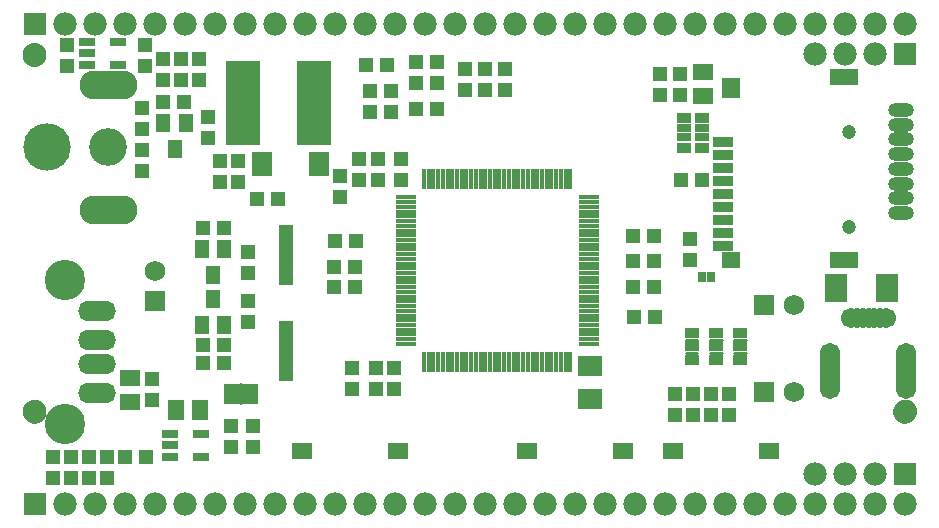
<source format=gbr>
G75*
G70*
%OFA0B0*%
%FSLAX24Y24*%
%IPPOS*%
%LPD*%
%AMOC8*
5,1,8,0,0,1.08239X$1,22.5*
%
%ADD10R,0.0159X0.0671*%
%ADD11R,0.0671X0.0159*%
%ADD12R,0.0480X0.0480*%
%ADD13R,0.0789X0.0710*%
%ADD14R,0.0474X0.2049*%
%ADD15R,0.0474X0.0631*%
%ADD16R,0.0680X0.0580*%
%ADD17C,0.0474*%
%ADD18C,0.0500*%
%ADD19R,0.0780X0.0780*%
%ADD20C,0.0780*%
%ADD21R,0.0480X0.0380*%
%ADD22C,0.0100*%
%ADD23R,0.0480X0.0280*%
%ADD24R,0.0540X0.0710*%
%ADD25R,0.0060X0.0720*%
%ADD26R,0.1182X0.2836*%
%ADD27R,0.0651X0.0789*%
%ADD28R,0.0680X0.0680*%
%ADD29C,0.0680*%
%ADD30O,0.0860X0.0470*%
%ADD31O,0.1261X0.0671*%
%ADD32C,0.1346*%
%ADD33R,0.0552X0.0297*%
%ADD34R,0.0280X0.0380*%
%ADD35R,0.0580X0.0680*%
%ADD36R,0.0780X0.0980*%
%ADD37C,0.0671*%
%ADD38C,0.0966*%
%ADD39C,0.1582*%
%ADD40C,0.1261*%
%ADD41R,0.0710X0.0356*%
%ADD42R,0.0631X0.0552*%
%ADD43R,0.0631X0.0710*%
%ADD44R,0.0946X0.0552*%
D10*
X016246Y007222D03*
X016404Y007222D03*
X016561Y007222D03*
X016719Y007222D03*
X016876Y007222D03*
X017034Y007222D03*
X017191Y007222D03*
X017349Y007222D03*
X017506Y007222D03*
X017664Y007222D03*
X017821Y007222D03*
X017979Y007222D03*
X018136Y007222D03*
X018294Y007222D03*
X018451Y007222D03*
X018609Y007222D03*
X018766Y007222D03*
X018923Y007222D03*
X019081Y007222D03*
X019238Y007222D03*
X019396Y007222D03*
X019553Y007222D03*
X019711Y007222D03*
X019868Y007222D03*
X020026Y007222D03*
X020183Y007222D03*
X020341Y007222D03*
X020498Y007222D03*
X020656Y007222D03*
X020813Y007222D03*
X020971Y007222D03*
X021128Y007222D03*
X021128Y013325D03*
X020971Y013325D03*
X020813Y013325D03*
X020656Y013325D03*
X020498Y013325D03*
X020341Y013325D03*
X020183Y013325D03*
X020026Y013325D03*
X019868Y013325D03*
X019711Y013325D03*
X019553Y013325D03*
X019396Y013325D03*
X019238Y013325D03*
X019081Y013325D03*
X018923Y013325D03*
X018766Y013325D03*
X018609Y013325D03*
X018451Y013325D03*
X018294Y013325D03*
X018136Y013325D03*
X017979Y013325D03*
X017821Y013325D03*
X017664Y013325D03*
X017506Y013325D03*
X017349Y013325D03*
X017191Y013325D03*
X017034Y013325D03*
X016876Y013325D03*
X016719Y013325D03*
X016561Y013325D03*
X016404Y013325D03*
X016246Y013325D03*
D11*
X015636Y012714D03*
X015636Y012557D03*
X015636Y012399D03*
X015636Y012242D03*
X015636Y012084D03*
X015636Y011927D03*
X015636Y011769D03*
X015636Y011612D03*
X015636Y011454D03*
X015636Y011297D03*
X015636Y011140D03*
X015636Y010982D03*
X015636Y010825D03*
X015636Y010667D03*
X015636Y010510D03*
X015636Y010352D03*
X015636Y010195D03*
X015636Y010037D03*
X015636Y009880D03*
X015636Y009722D03*
X015636Y009565D03*
X015636Y009407D03*
X015636Y009250D03*
X015636Y009092D03*
X015636Y008935D03*
X015636Y008777D03*
X015636Y008620D03*
X015636Y008462D03*
X015636Y008305D03*
X015636Y008147D03*
X015636Y007990D03*
X015636Y007832D03*
X021738Y007832D03*
X021738Y007990D03*
X021738Y008147D03*
X021738Y008305D03*
X021738Y008462D03*
X021738Y008620D03*
X021738Y008777D03*
X021738Y008935D03*
X021738Y009092D03*
X021738Y009250D03*
X021738Y009407D03*
X021738Y009565D03*
X021738Y009722D03*
X021738Y009880D03*
X021738Y010037D03*
X021738Y010195D03*
X021738Y010352D03*
X021738Y010510D03*
X021738Y010667D03*
X021738Y010825D03*
X021738Y010982D03*
X021738Y011140D03*
X021738Y011297D03*
X021738Y011454D03*
X021738Y011612D03*
X021738Y011769D03*
X021738Y011927D03*
X021738Y012084D03*
X021738Y012242D03*
X021738Y012399D03*
X021738Y012557D03*
X021738Y012714D03*
D12*
X023219Y011415D03*
X023919Y011415D03*
X025105Y011332D03*
X025105Y010632D03*
X023919Y010588D03*
X023219Y010588D03*
X023219Y009722D03*
X023919Y009722D03*
X023959Y008738D03*
X023259Y008738D03*
X024632Y006175D03*
X025233Y006175D03*
X025833Y006175D03*
X026433Y006175D03*
X026433Y005475D03*
X025833Y005475D03*
X025233Y005475D03*
X024632Y005475D03*
X015262Y006341D03*
X014652Y006341D03*
X013845Y006341D03*
X013845Y007041D03*
X014652Y007041D03*
X015262Y007041D03*
X010538Y005112D03*
X009829Y005112D03*
X009829Y004412D03*
X010538Y004412D03*
X006972Y004048D03*
X006272Y004048D03*
X005672Y004048D03*
X005072Y004048D03*
X004472Y004048D03*
X003872Y004048D03*
X003872Y003348D03*
X004472Y003348D03*
X005072Y003348D03*
X005672Y003348D03*
X007191Y005947D03*
X007191Y006647D03*
X008874Y007195D03*
X009574Y007195D03*
X009574Y007795D03*
X008874Y007795D03*
X010374Y008556D03*
X010374Y009256D03*
X010374Y010206D03*
X010374Y010906D03*
X009588Y011691D03*
X008888Y011691D03*
X010699Y012675D03*
X011399Y012675D03*
X010065Y013230D03*
X009435Y013230D03*
X009435Y013930D03*
X010065Y013930D03*
X009042Y014687D03*
X009042Y015387D03*
X008250Y015903D03*
X007550Y015903D03*
X006837Y015702D03*
X006837Y015002D03*
X006837Y014285D03*
X006837Y013585D03*
X007555Y016616D03*
X008156Y016616D03*
X008756Y016616D03*
X008756Y017316D03*
X008156Y017316D03*
X007555Y017316D03*
X006955Y017089D03*
X006955Y017789D03*
X004357Y017789D03*
X004357Y017089D03*
X013451Y013419D03*
X014081Y013309D03*
X014711Y013309D03*
X015498Y013309D03*
X015498Y014009D03*
X014711Y014009D03*
X014081Y014009D03*
X013451Y012719D03*
X013298Y011258D03*
X013998Y011258D03*
X013959Y010382D03*
X013259Y010382D03*
X013259Y009732D03*
X013959Y009732D03*
X024833Y013305D03*
X025533Y013305D03*
X024770Y016144D03*
X024120Y016144D03*
X024120Y016844D03*
X024770Y016844D03*
X018963Y017001D03*
X018294Y017001D03*
X017624Y017001D03*
X016675Y017222D03*
X015975Y017222D03*
X015021Y017143D03*
X014321Y017143D03*
X014435Y016253D03*
X015134Y016253D03*
X015975Y016523D03*
X016675Y016523D03*
X017624Y016301D03*
X018294Y016301D03*
X018963Y016301D03*
X016675Y015647D03*
X015975Y015647D03*
X015134Y015553D03*
X014435Y015553D03*
D13*
X021797Y007084D03*
X021797Y005982D03*
D14*
X011634Y007588D03*
X011634Y010788D03*
D15*
X009598Y010989D03*
X008850Y010989D03*
X009224Y010123D03*
X009224Y009339D03*
X008850Y008473D03*
X009598Y008473D03*
X007939Y014329D03*
X007565Y015195D03*
X008313Y015195D03*
D16*
X006443Y006697D03*
X006443Y005897D03*
X012182Y004256D03*
X015382Y004256D03*
X019682Y004256D03*
X022882Y004256D03*
X024564Y004256D03*
X027764Y004256D03*
X025538Y016094D03*
X025538Y016894D03*
D17*
X030416Y014880D03*
X030416Y011731D03*
X032270Y005588D03*
X003254Y005588D03*
X003254Y017478D03*
D18*
X003112Y017478D02*
X003114Y017502D01*
X003120Y017525D01*
X003130Y017547D01*
X003144Y017567D01*
X003160Y017585D01*
X003180Y017599D01*
X003201Y017610D01*
X003224Y017617D01*
X003248Y017620D01*
X003272Y017619D01*
X003296Y017614D01*
X003318Y017605D01*
X003338Y017592D01*
X003357Y017576D01*
X003372Y017558D01*
X003383Y017536D01*
X003391Y017514D01*
X003395Y017490D01*
X003395Y017466D01*
X003391Y017442D01*
X003383Y017420D01*
X003372Y017398D01*
X003357Y017380D01*
X003338Y017364D01*
X003318Y017351D01*
X003296Y017342D01*
X003272Y017337D01*
X003248Y017336D01*
X003224Y017339D01*
X003201Y017346D01*
X003180Y017357D01*
X003160Y017371D01*
X003144Y017389D01*
X003130Y017409D01*
X003120Y017431D01*
X003114Y017454D01*
X003112Y017478D01*
X003112Y005588D02*
X003114Y005612D01*
X003120Y005635D01*
X003130Y005657D01*
X003144Y005677D01*
X003160Y005695D01*
X003180Y005709D01*
X003201Y005720D01*
X003224Y005727D01*
X003248Y005730D01*
X003272Y005729D01*
X003296Y005724D01*
X003318Y005715D01*
X003338Y005702D01*
X003357Y005686D01*
X003372Y005668D01*
X003383Y005646D01*
X003391Y005624D01*
X003395Y005600D01*
X003395Y005576D01*
X003391Y005552D01*
X003383Y005530D01*
X003372Y005508D01*
X003357Y005490D01*
X003338Y005474D01*
X003318Y005461D01*
X003296Y005452D01*
X003272Y005447D01*
X003248Y005446D01*
X003224Y005449D01*
X003201Y005456D01*
X003180Y005467D01*
X003160Y005481D01*
X003144Y005499D01*
X003130Y005519D01*
X003120Y005541D01*
X003114Y005564D01*
X003112Y005588D01*
X032128Y005588D02*
X032130Y005612D01*
X032136Y005635D01*
X032146Y005657D01*
X032160Y005677D01*
X032176Y005695D01*
X032196Y005709D01*
X032217Y005720D01*
X032240Y005727D01*
X032264Y005730D01*
X032288Y005729D01*
X032312Y005724D01*
X032334Y005715D01*
X032354Y005702D01*
X032373Y005686D01*
X032388Y005668D01*
X032399Y005646D01*
X032407Y005624D01*
X032411Y005600D01*
X032411Y005576D01*
X032407Y005552D01*
X032399Y005530D01*
X032388Y005508D01*
X032373Y005490D01*
X032354Y005474D01*
X032334Y005461D01*
X032312Y005452D01*
X032288Y005447D01*
X032264Y005446D01*
X032240Y005449D01*
X032217Y005456D01*
X032196Y005467D01*
X032176Y005481D01*
X032160Y005499D01*
X032146Y005519D01*
X032136Y005541D01*
X032130Y005564D01*
X032128Y005588D01*
D19*
X003282Y002506D03*
X032282Y003506D03*
X032282Y017506D03*
X003282Y018506D03*
D20*
X004282Y018506D03*
X005282Y018506D03*
X006282Y018506D03*
X007282Y018506D03*
X008282Y018506D03*
X009282Y018506D03*
X010282Y018506D03*
X011282Y018506D03*
X012282Y018506D03*
X013282Y018506D03*
X014282Y018506D03*
X015282Y018506D03*
X016282Y018506D03*
X017282Y018506D03*
X018282Y018506D03*
X019282Y018506D03*
X020282Y018506D03*
X021282Y018506D03*
X022282Y018506D03*
X023282Y018506D03*
X024282Y018506D03*
X025282Y018506D03*
X026282Y018506D03*
X027282Y018506D03*
X028282Y018506D03*
X029282Y018506D03*
X030282Y018506D03*
X031282Y018506D03*
X032282Y018506D03*
X031282Y017506D03*
X030282Y017506D03*
X029282Y017506D03*
X029282Y003506D03*
X030282Y003506D03*
X031282Y003506D03*
X031282Y002506D03*
X030282Y002506D03*
X029282Y002506D03*
X028282Y002506D03*
X027282Y002506D03*
X026282Y002506D03*
X025282Y002506D03*
X024282Y002506D03*
X023282Y002506D03*
X022282Y002506D03*
X021282Y002506D03*
X020282Y002506D03*
X019282Y002506D03*
X018282Y002506D03*
X017282Y002506D03*
X016282Y002506D03*
X015282Y002506D03*
X014282Y002506D03*
X013282Y002506D03*
X012282Y002506D03*
X011282Y002506D03*
X010282Y002506D03*
X009282Y002506D03*
X008282Y002506D03*
X007282Y002506D03*
X006282Y002506D03*
X005282Y002506D03*
X004282Y002506D03*
X032282Y002506D03*
D21*
X026788Y007304D03*
X026788Y007754D03*
X025981Y007754D03*
X025981Y007304D03*
X025173Y007304D03*
X025173Y007754D03*
X025173Y008204D03*
X025981Y008204D03*
X026788Y008204D03*
X025509Y014376D03*
X024909Y014376D03*
X024909Y015376D03*
X025509Y015376D03*
D22*
X025365Y007979D02*
X024982Y007979D01*
X024982Y007529D02*
X025365Y007529D01*
X025789Y007529D02*
X026172Y007529D01*
X026596Y007529D02*
X026979Y007529D01*
X026979Y007979D02*
X026596Y007979D01*
X026172Y007979D02*
X025789Y007979D01*
D23*
X025509Y014726D03*
X025509Y015026D03*
X024909Y015026D03*
X024909Y014726D03*
D24*
X010444Y006179D03*
X009844Y006179D03*
D25*
X010144Y006179D03*
D26*
X010223Y015864D03*
X012585Y015864D03*
D27*
X012760Y013817D03*
X010835Y013817D03*
D28*
X007282Y009256D03*
X027597Y009132D03*
X027597Y006218D03*
D29*
X028597Y006218D03*
X028597Y009132D03*
X007282Y010256D03*
D30*
X032153Y012189D03*
X032153Y012681D03*
X032153Y013173D03*
X032153Y013665D03*
X032153Y014157D03*
X032153Y014649D03*
X032153Y015141D03*
X032153Y015634D03*
D31*
X005349Y008946D03*
X005349Y007962D03*
X005349Y007175D03*
X005349Y006190D03*
D32*
X004282Y005179D03*
X004282Y009958D03*
D33*
X007782Y004821D03*
X007782Y004447D03*
X007782Y004073D03*
X008805Y004073D03*
X008805Y004821D03*
X006049Y017143D03*
X005026Y017143D03*
X005026Y017517D03*
X005026Y017891D03*
X006049Y017891D03*
D34*
X025506Y010077D03*
X025806Y010077D03*
D35*
X008772Y005628D03*
X007972Y005628D03*
D36*
X029975Y009706D03*
X031689Y009706D03*
D37*
X031659Y008688D03*
X031462Y008688D03*
X031265Y008688D03*
X031068Y008688D03*
X030871Y008688D03*
X030675Y008688D03*
X030478Y008688D03*
X029769Y007526D03*
X029769Y007329D03*
X029769Y007132D03*
X029769Y006936D03*
X029769Y006739D03*
X029769Y006542D03*
X029769Y006345D03*
X032328Y006345D03*
X032328Y006542D03*
X032328Y006739D03*
X032328Y006936D03*
X032328Y007132D03*
X032328Y007329D03*
X032328Y007526D03*
D38*
X006231Y012298D03*
X006034Y012298D03*
X005837Y012298D03*
X005640Y012298D03*
X005444Y012298D03*
X005247Y012298D03*
X005247Y016471D03*
X005444Y016471D03*
X005640Y016471D03*
X005837Y016471D03*
X006034Y016471D03*
X006231Y016471D03*
D39*
X003682Y014384D03*
D40*
X005729Y014384D03*
D41*
X026233Y014566D03*
X026233Y014132D03*
X026233Y013699D03*
X026233Y013266D03*
X026233Y012833D03*
X026233Y012400D03*
X026233Y011967D03*
X026233Y011534D03*
X026233Y011101D03*
D42*
X026479Y010629D03*
D43*
X026479Y016377D03*
D44*
X030258Y016731D03*
X030258Y010629D03*
M02*

</source>
